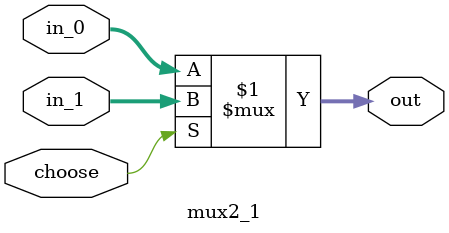
<source format=v>
`timescale 1ns / 1ps


module mux2_1
#(parameter WIDTH=32)
(
    input [WIDTH-1:0] in_0,
    input [WIDTH-1:0] in_1,
    input choose,
    output [WIDTH-1:0] out
    );
    assign out = choose?in_1:in_0;
endmodule

</source>
